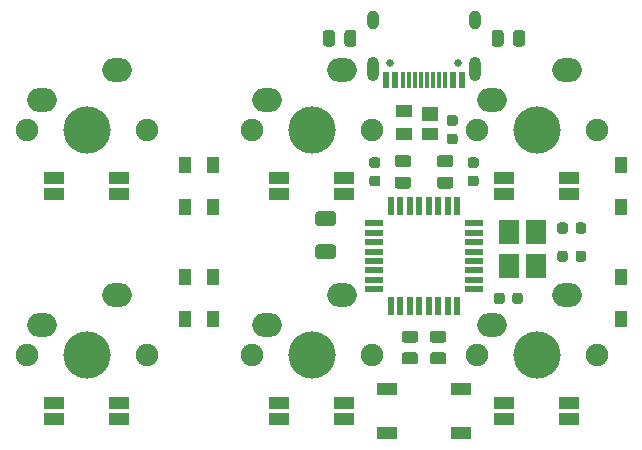
<source format=gbr>
%TF.GenerationSoftware,KiCad,Pcbnew,(5.1.7)-1*%
%TF.CreationDate,2020-10-17T05:15:24-04:00*%
%TF.ProjectId,OreoOrtho,4f72656f-4f72-4746-986f-2e6b69636164,rev?*%
%TF.SameCoordinates,Original*%
%TF.FileFunction,Soldermask,Bot*%
%TF.FilePolarity,Negative*%
%FSLAX46Y46*%
G04 Gerber Fmt 4.6, Leading zero omitted, Abs format (unit mm)*
G04 Created by KiCad (PCBNEW (5.1.7)-1) date 2020-10-17 05:15:24*
%MOMM*%
%LPD*%
G01*
G04 APERTURE LIST*
%ADD10R,0.600000X1.450000*%
%ADD11R,0.300000X1.450000*%
%ADD12C,0.650000*%
%ADD13O,1.000000X2.100000*%
%ADD14O,1.000000X1.600000*%
%ADD15R,1.700000X1.000000*%
%ADD16R,1.000000X1.400000*%
%ADD17C,4.000000*%
%ADD18C,1.900000*%
%ADD19O,2.500000X2.000000*%
%ADD20R,1.800000X2.100000*%
%ADD21R,0.550000X1.600000*%
%ADD22R,1.600000X0.550000*%
%ADD23R,1.800000X1.100000*%
%ADD24R,1.400000X1.000000*%
%ADD25R,1.400000X1.200000*%
G04 APERTURE END LIST*
D10*
%TO.C,USB1*%
X146100000Y-52938800D03*
X139650000Y-52938800D03*
X145325000Y-52938800D03*
X140425000Y-52938800D03*
D11*
X141125000Y-52938800D03*
X144625000Y-52938800D03*
X141625000Y-52938800D03*
X144125000Y-52938800D03*
X142125000Y-52938800D03*
X143625000Y-52938800D03*
X143125000Y-52938800D03*
X142625000Y-52938800D03*
D12*
X145765000Y-51493800D03*
X139985000Y-51493800D03*
D13*
X138555000Y-52023800D03*
X147195000Y-52023800D03*
D14*
X138555000Y-47843800D03*
X147195000Y-47843800D03*
%TD*%
D15*
%TO.C,LED2*%
X130600000Y-62612500D03*
X130600000Y-61212500D03*
X136100000Y-62612500D03*
X136100000Y-61212500D03*
%TD*%
D16*
%TO.C,D1*%
X122634000Y-60137400D03*
X122634000Y-63687400D03*
%TD*%
%TO.C,D6*%
X159544000Y-69662500D03*
X159544000Y-73212500D03*
%TD*%
%TO.C,D5*%
X125016000Y-69662400D03*
X125016000Y-73212400D03*
%TD*%
%TO.C,D4*%
X122634000Y-69662500D03*
X122634000Y-73212500D03*
%TD*%
%TO.C,D3*%
X159544000Y-60137500D03*
X159544000Y-63687500D03*
%TD*%
%TO.C,D2*%
X125016000Y-60137400D03*
X125016000Y-63687400D03*
%TD*%
D17*
%TO.C,SW6*%
X152400000Y-76200000D03*
D18*
X147320000Y-76200000D03*
X157480000Y-76200000D03*
D19*
X154940000Y-71120000D03*
X148590000Y-73660000D03*
%TD*%
D17*
%TO.C,SW5*%
X133350000Y-76200000D03*
D18*
X128270000Y-76200000D03*
X138430000Y-76200000D03*
D19*
X135890000Y-71120000D03*
X129540000Y-73660000D03*
%TD*%
D17*
%TO.C,SW4*%
X114300000Y-76200000D03*
D18*
X109220000Y-76200000D03*
X119380000Y-76200000D03*
D19*
X116840000Y-71120000D03*
X110490000Y-73660000D03*
%TD*%
D17*
%TO.C,SW3*%
X152400000Y-57150000D03*
D18*
X147320000Y-57150000D03*
X157480000Y-57150000D03*
D19*
X154940000Y-52070000D03*
X148590000Y-54610000D03*
%TD*%
D17*
%TO.C,SW2*%
X133350000Y-57150000D03*
D18*
X128270000Y-57150000D03*
X138430000Y-57150000D03*
D19*
X135890000Y-52070000D03*
X129540000Y-54610000D03*
%TD*%
D17*
%TO.C,SW1*%
X114300000Y-57150000D03*
D18*
X109220000Y-57150000D03*
X119380000Y-57150000D03*
D19*
X116840000Y-52070000D03*
X110490000Y-54610000D03*
%TD*%
D20*
%TO.C,Y1*%
X150059000Y-65820300D03*
X150059000Y-68720300D03*
X152359000Y-68720300D03*
X152359000Y-65820300D03*
%TD*%
D21*
%TO.C,U1*%
X145675000Y-63615600D03*
X144875000Y-63615600D03*
X144075000Y-63615600D03*
X143275000Y-63615600D03*
X142475000Y-63615600D03*
X141675000Y-63615600D03*
X140875000Y-63615600D03*
X140075000Y-63615600D03*
D22*
X138625000Y-65065600D03*
X138625000Y-65865600D03*
X138625000Y-66665600D03*
X138625000Y-67465600D03*
X138625000Y-68265600D03*
X138625000Y-69065600D03*
X138625000Y-69865600D03*
X138625000Y-70665600D03*
D21*
X140075000Y-72115600D03*
X140875000Y-72115600D03*
X141675000Y-72115600D03*
X142475000Y-72115600D03*
X143275000Y-72115600D03*
X144075000Y-72115600D03*
X144875000Y-72115600D03*
X145675000Y-72115600D03*
D22*
X147125000Y-70665600D03*
X147125000Y-69865600D03*
X147125000Y-69065600D03*
X147125000Y-68265600D03*
X147125000Y-67465600D03*
X147125000Y-66665600D03*
X147125000Y-65865600D03*
X147125000Y-65065600D03*
%TD*%
D23*
%TO.C,RST_SW1*%
X145975000Y-82812400D03*
X139775000Y-79112400D03*
X145975000Y-79112400D03*
X139775000Y-82812400D03*
%TD*%
%TO.C,R6*%
G36*
G01*
X150419000Y-49860901D02*
X150419000Y-48960899D01*
G75*
G02*
X150668999Y-48710900I249999J0D01*
G01*
X151194001Y-48710900D01*
G75*
G02*
X151444000Y-48960899I0J-249999D01*
G01*
X151444000Y-49860901D01*
G75*
G02*
X151194001Y-50110900I-249999J0D01*
G01*
X150668999Y-50110900D01*
G75*
G02*
X150419000Y-49860901I0J249999D01*
G01*
G37*
G36*
G01*
X148594000Y-49860901D02*
X148594000Y-48960899D01*
G75*
G02*
X148843999Y-48710900I249999J0D01*
G01*
X149369001Y-48710900D01*
G75*
G02*
X149619000Y-48960899I0J-249999D01*
G01*
X149619000Y-49860901D01*
G75*
G02*
X149369001Y-50110900I-249999J0D01*
G01*
X148843999Y-50110900D01*
G75*
G02*
X148594000Y-49860901I0J249999D01*
G01*
G37*
%TD*%
%TO.C,R5*%
G36*
G01*
X145111001Y-60321900D02*
X144210999Y-60321900D01*
G75*
G02*
X143961000Y-60071901I0J249999D01*
G01*
X143961000Y-59546899D01*
G75*
G02*
X144210999Y-59296900I249999J0D01*
G01*
X145111001Y-59296900D01*
G75*
G02*
X145361000Y-59546899I0J-249999D01*
G01*
X145361000Y-60071901D01*
G75*
G02*
X145111001Y-60321900I-249999J0D01*
G01*
G37*
G36*
G01*
X145111001Y-62146900D02*
X144210999Y-62146900D01*
G75*
G02*
X143961000Y-61896901I0J249999D01*
G01*
X143961000Y-61371899D01*
G75*
G02*
X144210999Y-61121900I249999J0D01*
G01*
X145111001Y-61121900D01*
G75*
G02*
X145361000Y-61371899I0J-249999D01*
G01*
X145361000Y-61896901D01*
G75*
G02*
X145111001Y-62146900I-249999J0D01*
G01*
G37*
%TD*%
%TO.C,R4*%
G36*
G01*
X140638999Y-61121900D02*
X141539001Y-61121900D01*
G75*
G02*
X141789000Y-61371899I0J-249999D01*
G01*
X141789000Y-61896901D01*
G75*
G02*
X141539001Y-62146900I-249999J0D01*
G01*
X140638999Y-62146900D01*
G75*
G02*
X140389000Y-61896901I0J249999D01*
G01*
X140389000Y-61371899D01*
G75*
G02*
X140638999Y-61121900I249999J0D01*
G01*
G37*
G36*
G01*
X140638999Y-59296900D02*
X141539001Y-59296900D01*
G75*
G02*
X141789000Y-59546899I0J-249999D01*
G01*
X141789000Y-60071901D01*
G75*
G02*
X141539001Y-60321900I-249999J0D01*
G01*
X140638999Y-60321900D01*
G75*
G02*
X140389000Y-60071901I0J249999D01*
G01*
X140389000Y-59546899D01*
G75*
G02*
X140638999Y-59296900I249999J0D01*
G01*
G37*
%TD*%
%TO.C,R3*%
G36*
G01*
X135331000Y-48960899D02*
X135331000Y-49860901D01*
G75*
G02*
X135081001Y-50110900I-249999J0D01*
G01*
X134555999Y-50110900D01*
G75*
G02*
X134306000Y-49860901I0J249999D01*
G01*
X134306000Y-48960899D01*
G75*
G02*
X134555999Y-48710900I249999J0D01*
G01*
X135081001Y-48710900D01*
G75*
G02*
X135331000Y-48960899I0J-249999D01*
G01*
G37*
G36*
G01*
X137156000Y-48960899D02*
X137156000Y-49860901D01*
G75*
G02*
X136906001Y-50110900I-249999J0D01*
G01*
X136380999Y-50110900D01*
G75*
G02*
X136131000Y-49860901I0J249999D01*
G01*
X136131000Y-48960899D01*
G75*
G02*
X136380999Y-48710900I249999J0D01*
G01*
X136906001Y-48710900D01*
G75*
G02*
X137156000Y-48960899I0J-249999D01*
G01*
G37*
%TD*%
%TO.C,R2*%
G36*
G01*
X141233999Y-76004600D02*
X142134001Y-76004600D01*
G75*
G02*
X142384000Y-76254599I0J-249999D01*
G01*
X142384000Y-76779601D01*
G75*
G02*
X142134001Y-77029600I-249999J0D01*
G01*
X141233999Y-77029600D01*
G75*
G02*
X140984000Y-76779601I0J249999D01*
G01*
X140984000Y-76254599D01*
G75*
G02*
X141233999Y-76004600I249999J0D01*
G01*
G37*
G36*
G01*
X141233999Y-74179600D02*
X142134001Y-74179600D01*
G75*
G02*
X142384000Y-74429599I0J-249999D01*
G01*
X142384000Y-74954601D01*
G75*
G02*
X142134001Y-75204600I-249999J0D01*
G01*
X141233999Y-75204600D01*
G75*
G02*
X140984000Y-74954601I0J249999D01*
G01*
X140984000Y-74429599D01*
G75*
G02*
X141233999Y-74179600I249999J0D01*
G01*
G37*
%TD*%
%TO.C,R1*%
G36*
G01*
X144516001Y-75204600D02*
X143615999Y-75204600D01*
G75*
G02*
X143366000Y-74954601I0J249999D01*
G01*
X143366000Y-74429599D01*
G75*
G02*
X143615999Y-74179600I249999J0D01*
G01*
X144516001Y-74179600D01*
G75*
G02*
X144766000Y-74429599I0J-249999D01*
G01*
X144766000Y-74954601D01*
G75*
G02*
X144516001Y-75204600I-249999J0D01*
G01*
G37*
G36*
G01*
X144516001Y-77029600D02*
X143615999Y-77029600D01*
G75*
G02*
X143366000Y-76779601I0J249999D01*
G01*
X143366000Y-76254599D01*
G75*
G02*
X143615999Y-76004600I249999J0D01*
G01*
X144516001Y-76004600D01*
G75*
G02*
X144766000Y-76254599I0J-249999D01*
G01*
X144766000Y-76779601D01*
G75*
G02*
X144516001Y-77029600I-249999J0D01*
G01*
G37*
%TD*%
D15*
%TO.C,LED6*%
X111550000Y-81662500D03*
X111550000Y-80262500D03*
X117050000Y-81662500D03*
X117050000Y-80262500D03*
%TD*%
%TO.C,LED5*%
X130600000Y-81662500D03*
X130600000Y-80262500D03*
X136100000Y-81662500D03*
X136100000Y-80262500D03*
%TD*%
%TO.C,LED4*%
X149650000Y-81662500D03*
X149650000Y-80262500D03*
X155150000Y-81662500D03*
X155150000Y-80262500D03*
%TD*%
%TO.C,LED3*%
X149650000Y-62612500D03*
X149650000Y-61212500D03*
X155150000Y-62612500D03*
X155150000Y-61212500D03*
%TD*%
%TO.C,LED1*%
X111550000Y-62612500D03*
X111550000Y-61212500D03*
X117050000Y-62612500D03*
X117050000Y-61212500D03*
%TD*%
%TO.C,F1*%
G36*
G01*
X135166000Y-65304600D02*
X133916000Y-65304600D01*
G75*
G02*
X133666000Y-65054600I0J250000D01*
G01*
X133666000Y-64304600D01*
G75*
G02*
X133916000Y-64054600I250000J0D01*
G01*
X135166000Y-64054600D01*
G75*
G02*
X135416000Y-64304600I0J-250000D01*
G01*
X135416000Y-65054600D01*
G75*
G02*
X135166000Y-65304600I-250000J0D01*
G01*
G37*
G36*
G01*
X135166000Y-68104600D02*
X133916000Y-68104600D01*
G75*
G02*
X133666000Y-67854600I0J250000D01*
G01*
X133666000Y-67104600D01*
G75*
G02*
X133916000Y-66854600I250000J0D01*
G01*
X135166000Y-66854600D01*
G75*
G02*
X135416000Y-67104600I0J-250000D01*
G01*
X135416000Y-67854600D01*
G75*
G02*
X135166000Y-68104600I-250000J0D01*
G01*
G37*
%TD*%
D24*
%TO.C,U2*%
X141180000Y-55604600D03*
X141180000Y-57504600D03*
X143380000Y-57504600D03*
D25*
X143380000Y-55784600D03*
%TD*%
%TO.C,C6*%
G36*
G01*
X149694000Y-71187400D02*
X149694000Y-71687400D01*
G75*
G02*
X149469000Y-71912400I-225000J0D01*
G01*
X149019000Y-71912400D01*
G75*
G02*
X148794000Y-71687400I0J225000D01*
G01*
X148794000Y-71187400D01*
G75*
G02*
X149019000Y-70962400I225000J0D01*
G01*
X149469000Y-70962400D01*
G75*
G02*
X149694000Y-71187400I0J-225000D01*
G01*
G37*
G36*
G01*
X151244000Y-71187400D02*
X151244000Y-71687400D01*
G75*
G02*
X151019000Y-71912400I-225000J0D01*
G01*
X150569000Y-71912400D01*
G75*
G02*
X150344000Y-71687400I0J225000D01*
G01*
X150344000Y-71187400D01*
G75*
G02*
X150569000Y-70962400I225000J0D01*
G01*
X151019000Y-70962400D01*
G75*
G02*
X151244000Y-71187400I0J-225000D01*
G01*
G37*
%TD*%
%TO.C,C5*%
G36*
G01*
X146792000Y-61046900D02*
X147292000Y-61046900D01*
G75*
G02*
X147517000Y-61271900I0J-225000D01*
G01*
X147517000Y-61721900D01*
G75*
G02*
X147292000Y-61946900I-225000J0D01*
G01*
X146792000Y-61946900D01*
G75*
G02*
X146567000Y-61721900I0J225000D01*
G01*
X146567000Y-61271900D01*
G75*
G02*
X146792000Y-61046900I225000J0D01*
G01*
G37*
G36*
G01*
X146792000Y-59496900D02*
X147292000Y-59496900D01*
G75*
G02*
X147517000Y-59721900I0J-225000D01*
G01*
X147517000Y-60171900D01*
G75*
G02*
X147292000Y-60396900I-225000J0D01*
G01*
X146792000Y-60396900D01*
G75*
G02*
X146567000Y-60171900I0J225000D01*
G01*
X146567000Y-59721900D01*
G75*
G02*
X146792000Y-59496900I225000J0D01*
G01*
G37*
%TD*%
%TO.C,C4*%
G36*
G01*
X145006000Y-57475000D02*
X145506000Y-57475000D01*
G75*
G02*
X145731000Y-57700000I0J-225000D01*
G01*
X145731000Y-58150000D01*
G75*
G02*
X145506000Y-58375000I-225000J0D01*
G01*
X145006000Y-58375000D01*
G75*
G02*
X144781000Y-58150000I0J225000D01*
G01*
X144781000Y-57700000D01*
G75*
G02*
X145006000Y-57475000I225000J0D01*
G01*
G37*
G36*
G01*
X145006000Y-55925000D02*
X145506000Y-55925000D01*
G75*
G02*
X145731000Y-56150000I0J-225000D01*
G01*
X145731000Y-56600000D01*
G75*
G02*
X145506000Y-56825000I-225000J0D01*
G01*
X145006000Y-56825000D01*
G75*
G02*
X144781000Y-56600000I0J225000D01*
G01*
X144781000Y-56150000D01*
G75*
G02*
X145006000Y-55925000I225000J0D01*
G01*
G37*
%TD*%
%TO.C,C3*%
G36*
G01*
X138458000Y-61046900D02*
X138958000Y-61046900D01*
G75*
G02*
X139183000Y-61271900I0J-225000D01*
G01*
X139183000Y-61721900D01*
G75*
G02*
X138958000Y-61946900I-225000J0D01*
G01*
X138458000Y-61946900D01*
G75*
G02*
X138233000Y-61721900I0J225000D01*
G01*
X138233000Y-61271900D01*
G75*
G02*
X138458000Y-61046900I225000J0D01*
G01*
G37*
G36*
G01*
X138458000Y-59496900D02*
X138958000Y-59496900D01*
G75*
G02*
X139183000Y-59721900I0J-225000D01*
G01*
X139183000Y-60171900D01*
G75*
G02*
X138958000Y-60396900I-225000J0D01*
G01*
X138458000Y-60396900D01*
G75*
G02*
X138233000Y-60171900I0J225000D01*
G01*
X138233000Y-59721900D01*
G75*
G02*
X138458000Y-59496900I225000J0D01*
G01*
G37*
%TD*%
%TO.C,C2*%
G36*
G01*
X155051000Y-67615600D02*
X155051000Y-68115600D01*
G75*
G02*
X154826000Y-68340600I-225000J0D01*
G01*
X154376000Y-68340600D01*
G75*
G02*
X154151000Y-68115600I0J225000D01*
G01*
X154151000Y-67615600D01*
G75*
G02*
X154376000Y-67390600I225000J0D01*
G01*
X154826000Y-67390600D01*
G75*
G02*
X155051000Y-67615600I0J-225000D01*
G01*
G37*
G36*
G01*
X156601000Y-67615600D02*
X156601000Y-68115600D01*
G75*
G02*
X156376000Y-68340600I-225000J0D01*
G01*
X155926000Y-68340600D01*
G75*
G02*
X155701000Y-68115600I0J225000D01*
G01*
X155701000Y-67615600D01*
G75*
G02*
X155926000Y-67390600I225000J0D01*
G01*
X156376000Y-67390600D01*
G75*
G02*
X156601000Y-67615600I0J-225000D01*
G01*
G37*
%TD*%
%TO.C,C1*%
G36*
G01*
X155051000Y-65234300D02*
X155051000Y-65734300D01*
G75*
G02*
X154826000Y-65959300I-225000J0D01*
G01*
X154376000Y-65959300D01*
G75*
G02*
X154151000Y-65734300I0J225000D01*
G01*
X154151000Y-65234300D01*
G75*
G02*
X154376000Y-65009300I225000J0D01*
G01*
X154826000Y-65009300D01*
G75*
G02*
X155051000Y-65234300I0J-225000D01*
G01*
G37*
G36*
G01*
X156601000Y-65234300D02*
X156601000Y-65734300D01*
G75*
G02*
X156376000Y-65959300I-225000J0D01*
G01*
X155926000Y-65959300D01*
G75*
G02*
X155701000Y-65734300I0J225000D01*
G01*
X155701000Y-65234300D01*
G75*
G02*
X155926000Y-65009300I225000J0D01*
G01*
X156376000Y-65009300D01*
G75*
G02*
X156601000Y-65234300I0J-225000D01*
G01*
G37*
%TD*%
M02*

</source>
